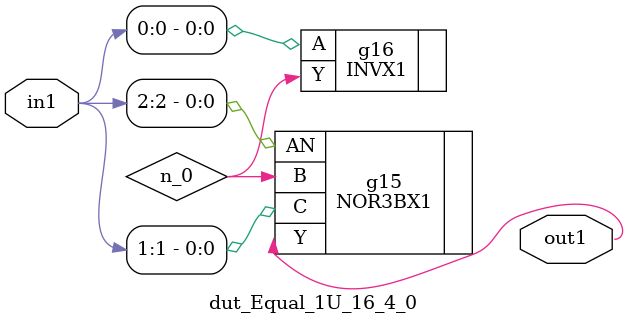
<source format=v>
`timescale 1ps / 1ps


module dut_Equal_1U_16_4_0(in1, out1);
  input [2:0] in1;
  output out1;
  wire [2:0] in1;
  wire out1;
  wire n_0;
  NOR3BX1 g15(.AN (in1[2]), .B (n_0), .C (in1[1]), .Y (out1));
  INVX1 g16(.A (in1[0]), .Y (n_0));
endmodule



</source>
